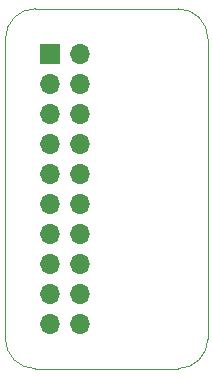
<source format=gbr>
G04 #@! TF.GenerationSoftware,KiCad,Pcbnew,5.1.2*
G04 #@! TF.CreationDate,2019-07-09T20:01:06-04:00*
G04 #@! TF.ProjectId,programmer,70726f67-7261-46d6-9d65-722e6b696361,rev?*
G04 #@! TF.SameCoordinates,PX9157080PY463f660*
G04 #@! TF.FileFunction,Copper,L2,Bot*
G04 #@! TF.FilePolarity,Positive*
%FSLAX46Y46*%
G04 Gerber Fmt 4.6, Leading zero omitted, Abs format (unit mm)*
G04 Created by KiCad (PCBNEW 5.1.2) date 2019-07-09 20:01:06*
%MOMM*%
%LPD*%
G04 APERTURE LIST*
%ADD10C,0.050000*%
%ADD11O,1.700000X1.700000*%
%ADD12R,1.700000X1.700000*%
G04 APERTURE END LIST*
D10*
X17145000Y-27940000D02*
X17145000Y-2540000D01*
X2540000Y-30480000D02*
X14605000Y-30480000D01*
X0Y-2540000D02*
X0Y-27940000D01*
X14605000Y0D02*
X2540000Y0D01*
X14605000Y0D02*
G75*
G02X17145000Y-2540000I0J-2540000D01*
G01*
X17145000Y-27940000D02*
G75*
G02X14605000Y-30480000I-2540000J0D01*
G01*
X2540000Y-30480000D02*
G75*
G02X0Y-27940000I0J2540000D01*
G01*
X0Y-2540000D02*
G75*
G02X2540000Y0I2540000J0D01*
G01*
D11*
X6350000Y-26670000D03*
X3810000Y-26670000D03*
X6350000Y-24130000D03*
X3810000Y-24130000D03*
X6350000Y-21590000D03*
X3810000Y-21590000D03*
X6350000Y-19050000D03*
X3810000Y-19050000D03*
X6350000Y-16510000D03*
X3810000Y-16510000D03*
X6350000Y-13970000D03*
X3810000Y-13970000D03*
X6350000Y-11430000D03*
X3810000Y-11430000D03*
X6350000Y-8890000D03*
X3810000Y-8890000D03*
X6350000Y-6350000D03*
X3810000Y-6350000D03*
X6350000Y-3810000D03*
D12*
X3810000Y-3810000D03*
M02*

</source>
